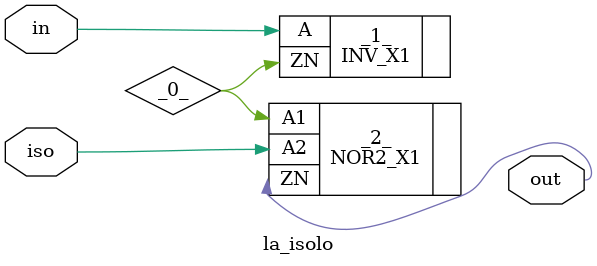
<source format=v>
/* Generated by Yosys 0.37 (git sha1 a5c7f69ed, clang 14.0.0-1ubuntu1.1 -fPIC -Os) */

module la_isolo(iso, in, out);
  wire _0_;
  input in;
  wire in;
  input iso;
  wire iso;
  output out;
  wire out;
  INV_X1 _1_ (
    .A(in),
    .ZN(_0_)
  );
  NOR2_X1 _2_ (
    .A1(_0_),
    .A2(iso),
    .ZN(out)
  );
endmodule

</source>
